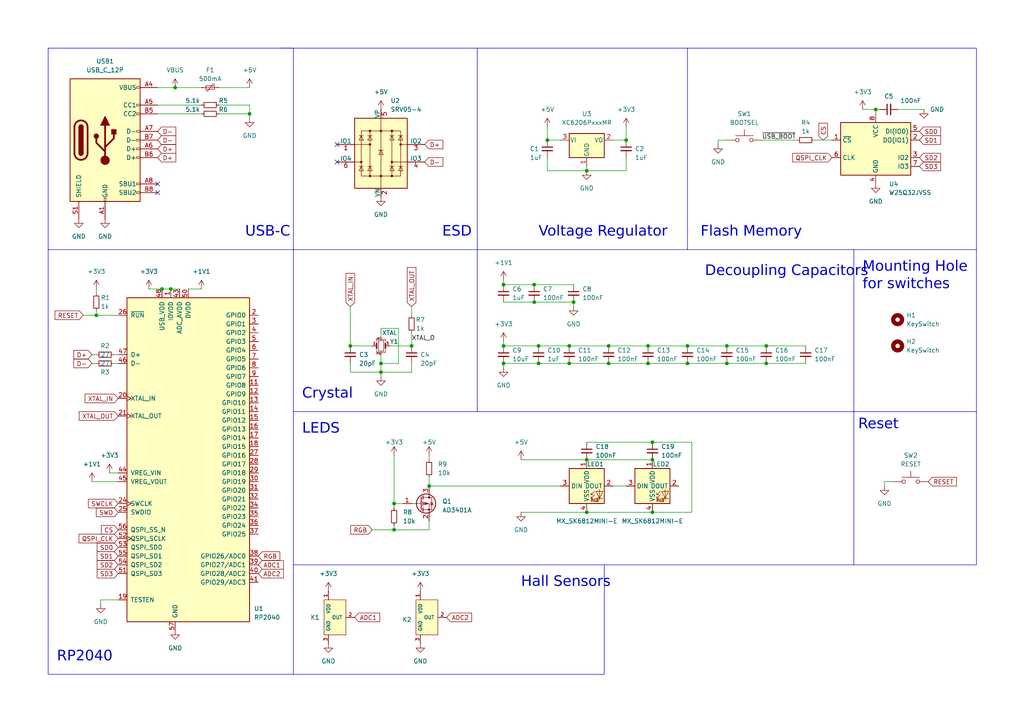
<source format=kicad_sch>
(kicad_sch (version 20230121) (generator eeschema)
  (paper "A4")
  (lib_symbols
    (symbol "+3V3_1" (power) (pin_names (offset 0))
      (property "Value" "+3V3_1" (at 0 3.556 0))
      (symbol "+3V3_1_0_1"
        (polyline (pts (xy -0.762 1.27) (xy 0 2.54)))
        (polyline (pts (xy 0 0) (xy 0 2.54)))
        (polyline (pts (xy 0 2.54) (xy 0.762 1.27)))
      )
      (symbol "+3V3_1_1_1"
        (pin power_in line (at 0 0 90) (length 0) hide (name "+3V3") (number "1"))
      )
    )
    (symbol "Connector:USB_C_Receptacle_USB2.0" (pin_names (offset 1.016))
      (property "Reference" "J" (at -10.16 19.05 0))
      (property "Value" "USB_C_Receptacle_USB2.0" (at 19.05 19.05 0))
      (symbol "USB_C_Receptacle_USB2.0_0_0"
        (rectangle (start -0.254 -17.78) (end 0.254 -16.764))
        (rectangle (start 10.16 -14.986) (end 9.144 -15.494))
        (rectangle (start 10.16 -12.446) (end 9.144 -12.954))
        (rectangle (start 10.16 -4.826) (end 9.144 -5.334))
        (rectangle (start 10.16 -2.286) (end 9.144 -2.794))
        (rectangle (start 10.16 0.254) (end 9.144 -0.254))
        (rectangle (start 10.16 2.794) (end 9.144 2.286))
        (rectangle (start 10.16 7.874) (end 9.144 7.366))
        (rectangle (start 10.16 10.414) (end 9.144 9.906))
        (rectangle (start 10.16 15.494) (end 9.144 14.986))
      )
      (symbol "USB_C_Receptacle_USB2.0_0_1"
        (rectangle (start -10.16 17.78) (end 10.16 -17.78) (stroke (width 0.254)) (fill (type background)))
        (arc (start -8.89 -3.81) (mid -6.985 -5.7067) (end -5.08 -3.81) (stroke (width 0.508)))
        (arc (start -7.62 -3.81) (mid -6.985 -4.4423) (end -6.35 -3.81) (stroke (width 0.254)))
        (arc (start -7.62 -3.81) (mid -6.985 -4.4423) (end -6.35 -3.81) (stroke (width 0.254)) (fill (type outline)))
        (rectangle (start -7.62 -3.81) (end -6.35 3.81) (stroke (width 0.254)) (fill (type outline)))
        (arc (start -6.35 3.81) (mid -6.985 4.4423) (end -7.62 3.81) (stroke (width 0.254)))
        (arc (start -6.35 3.81) (mid -6.985 4.4423) (end -7.62 3.81) (stroke (width 0.254)) (fill (type outline)))
        (arc (start -5.08 3.81) (mid -6.985 5.7067) (end -8.89 3.81) (stroke (width 0.508)))
        (circle (center -2.54 1.143) (radius 0.635) (stroke (width 0.254)) (fill (type outline)))
        (circle (center 0 -5.842) (radius 1.27) (fill (type outline)))
        (polyline (pts (xy -8.89 -3.81) (xy -8.89 3.81)) (stroke (width 0.508)))
        (polyline (pts (xy -5.08 3.81) (xy -5.08 -3.81)) (stroke (width 0.508)))
        (polyline (pts (xy 0 -5.842) (xy 0 4.318)) (stroke (width 0.508)))
        (polyline (pts (xy 0 -3.302) (xy -2.54 -0.762) (xy -2.54 0.508)) (stroke (width 0.508)))
        (polyline (pts (xy 0 -2.032) (xy 2.54 0.508) (xy 2.54 1.778)) (stroke (width 0.508)))
        (polyline (pts (xy -1.27 4.318) (xy 0 6.858) (xy 1.27 4.318) (xy -1.27 4.318)) (stroke (width 0.254)) (fill (type outline)))
        (rectangle (start 1.905 1.778) (end 3.175 3.048) (stroke (width 0.254)) (fill (type outline)))
      )
      (symbol "USB_C_Receptacle_USB2.0_1_1"
        (pin passive line (at 0 -22.86 90) (length 5.08) (name "GND") (number "A1"))
        (pin passive line (at 0 -22.86 90) (length 5.08) hide (name "GND") (number "A12"))
        (pin passive line (at 15.24 15.24 180) (length 5.08) (name "VBUS") (number "A4"))
        (pin bidirectional line (at 15.24 10.16 180) (length 5.08) (name "CC1") (number "A5"))
        (pin bidirectional line (at 15.24 -2.54 180) (length 5.08) (name "D+") (number "A6"))
        (pin bidirectional line (at 15.24 2.54 180) (length 5.08) (name "D-") (number "A7"))
        (pin bidirectional line (at 15.24 -12.7 180) (length 5.08) (name "SBU1") (number "A8"))
        (pin passive line (at 15.24 15.24 180) (length 5.08) hide (name "VBUS") (number "A9"))
        (pin passive line (at 0 -22.86 90) (length 5.08) hide (name "GND") (number "B1"))
        (pin passive line (at 0 -22.86 90) (length 5.08) hide (name "GND") (number "B12"))
        (pin passive line (at 15.24 15.24 180) (length 5.08) hide (name "VBUS") (number "B4"))
        (pin bidirectional line (at 15.24 7.62 180) (length 5.08) (name "CC2") (number "B5"))
        (pin bidirectional line (at 15.24 -5.08 180) (length 5.08) (name "D+") (number "B6"))
        (pin bidirectional line (at 15.24 0 180) (length 5.08) (name "D-") (number "B7"))
        (pin bidirectional line (at 15.24 -15.24 180) (length 5.08) (name "SBU2") (number "B8"))
        (pin passive line (at 15.24 15.24 180) (length 5.08) hide (name "VBUS") (number "B9"))
        (pin passive line (at -7.62 -22.86 90) (length 5.08) (name "SHIELD") (number "S1"))
      )
    )
    (symbol "Device:C_Small" (pin_numbers hide) (pin_names (offset 0.254) hide)
      (property "Reference" "C" (at 0.254 1.778 0))
      (property "Value" "C_Small" (at 0.254 -2.032 0))
      (symbol "C_Small_0_1"
        (polyline (pts (xy -1.524 -0.508) (xy 1.524 -0.508)) (stroke (width 0.3302)))
        (polyline (pts (xy -1.524 0.508) (xy 1.524 0.508)) (stroke (width 0.3048)))
      )
      (symbol "C_Small_1_1"
        (pin passive line (at 0 2.54 270) (length 2.032) (name "~") (number "1"))
        (pin passive line (at 0 -2.54 90) (length 2.032) (name "~") (number "2"))
      )
    )
    (symbol "Device:Crystal_GND24_Small" (pin_names (offset 1.016) hide)
      (property "Reference" "Y" (at 1.27 4.445 0))
      (property "Value" "Crystal_GND24_Small" (at 1.27 2.54 0))
      (symbol "Crystal_GND24_Small_0_1"
        (rectangle (start -0.762 -1.524) (end 0.762 1.524))
        (polyline (pts (xy -1.27 -0.762) (xy -1.27 0.762)) (stroke (width 0.381)))
        (polyline (pts (xy 1.27 -0.762) (xy 1.27 0.762)) (stroke (width 0.381)))
        (polyline (pts (xy -1.27 -1.27) (xy -1.27 -1.905) (xy 1.27 -1.905) (xy 1.27 -1.27)))
        (polyline (pts (xy -1.27 1.27) (xy -1.27 1.905) (xy 1.27 1.905) (xy 1.27 1.27)))
      )
      (symbol "Crystal_GND24_Small_1_1"
        (pin passive line (at -2.54 0 0) (length 1.27) (name "1") (number "1"))
        (pin passive line (at 0 -2.54 90) (length 0.635) (name "2") (number "2"))
        (pin passive line (at 2.54 0 180) (length 1.27) (name "3") (number "3"))
        (pin passive line (at 0 2.54 270) (length 0.635) (name "4") (number "4"))
      )
    )
    (symbol "Device:Polyfuse_Small" (pin_numbers hide) (pin_names (offset 0))
      (property "Reference" "F" (at -1.905 0 90))
      (property "Value" "Polyfuse_Small" (at 1.905 0 90))
      (symbol "Polyfuse_Small_0_1"
        (rectangle (start -0.508 1.27) (end 0.508 -1.27))
        (polyline (pts (xy 0 2.54) (xy 0 -2.54)))
        (polyline (pts (xy -1.016 1.27) (xy -1.016 0.762) (xy 1.016 -0.762) (xy 1.016 -1.27)))
      )
      (symbol "Polyfuse_Small_1_1"
        (pin passive line (at 0 2.54 270) (length 0.635) (name "~") (number "1"))
        (pin passive line (at 0 -2.54 90) (length 0.635) (name "~") (number "2"))
      )
    )
    (symbol "Device:R_Small" (pin_numbers hide) (pin_names (offset 0.254) hide)
      (property "Reference" "R" (at 0.762 0.508 0))
      (property "Value" "R_Small" (at 0.762 -1.016 0))
      (symbol "R_Small_0_1"
        (rectangle (start -0.762 1.778) (end 0.762 -1.778) (stroke (width 0.2032)))
      )
      (symbol "R_Small_1_1"
        (pin passive line (at 0 2.54 270) (length 0.762) (name "~") (number "1"))
        (pin passive line (at 0 -2.54 90) (length 0.762) (name "~") (number "2"))
      )
    )
    (symbol "HallEffect49e:Hall_Sensor" (pin_names (offset 1.016))
      (property "Reference" "U?" (at -4.5212 0.9652 0))
      (symbol "Hall_Sensor_0_1"
        (rectangle (start -3.81 5.08) (end 2.54 -5.08) (fill (type background)))
      )
      (symbol "Hall_Sensor_1_1"
        (pin power_in line (at -2.54 7.62 270) (length 2.54) (name "VDD") (number "1"))
        (pin output line (at 5.08 0 180) (length 2.54) (name "OUT") (number "2"))
        (pin power_in line (at -2.54 -7.62 90) (length 2.54) (name "GND") (number "3"))
      )
    )
    (symbol "Mechanical:MountingHole" (pin_names (offset 1.016))
      (property "Reference" "H" (at 0 5.08 0))
      (property "Value" "MountingHole" (at 0 3.175 0))
      (symbol "MountingHole_0_1"
        (circle (center 0 0) (radius 1.27) (stroke (width 1.27)))
      )
    )
    (symbol "Memory_Flash:W25Q32JVSS"
      (property "Reference" "U" (at -8.89 8.89 0))
      (property "Value" "W25Q32JVSS" (at 7.62 8.89 0))
      (symbol "W25Q32JVSS_0_1"
        (rectangle (start -10.16 7.62) (end 10.16 -7.62) (stroke (width 0.254)) (fill (type background)))
      )
      (symbol "W25Q32JVSS_1_1"
        (pin input line (at -12.7 2.54 0) (length 2.54) (name "~{CS}") (number "1"))
        (pin bidirectional line (at 12.7 2.54 180) (length 2.54) (name "DO(IO1)") (number "2"))
        (pin bidirectional line (at 12.7 -2.54 180) (length 2.54) (name "IO2") (number "3"))
        (pin power_in line (at 0 -10.16 90) (length 2.54) (name "GND") (number "4"))
        (pin bidirectional line (at 12.7 5.08 180) (length 2.54) (name "DI(IO0)") (number "5"))
        (pin input line (at -12.7 -2.54 0) (length 2.54) (name "CLK") (number "6"))
        (pin bidirectional line (at 12.7 -5.08 180) (length 2.54) (name "IO3") (number "7"))
        (pin power_in line (at 0 10.16 270) (length 2.54) (name "VCC") (number "8"))
      )
    )
    (symbol "Regulator_Linear:XC6206PxxxMR" (pin_names (offset 0.254))
      (property "Reference" "U" (at -3.81 3.175 0))
      (property "Value" "XC6206PxxxMR" (at 0 3.175 0))
      (symbol "XC6206PxxxMR_0_1"
        (rectangle (start -5.08 1.905) (end 5.08 -5.08) (stroke (width 0.254)) (fill (type background)))
      )
      (symbol "XC6206PxxxMR_1_1"
        (pin power_in line (at 0 -7.62 90) (length 2.54) (name "GND") (number "1"))
        (pin power_out line (at 7.62 0 180) (length 2.54) (name "VO") (number "2"))
        (pin power_in line (at -7.62 0 0) (length 2.54) (name "VI") (number "3"))
      )
    )
    (symbol "Sleep-lib:RP2040" (pin_names (offset 1.016))
      (property "Reference" "U" (at 8.89 51.435 0))
      (property "Value" "RP2040" (at 8.89 48.895 0))
      (symbol "RP2040_0_0"
        (rectangle (start -17.78 -45.72) (end 17.78 48.26) (stroke (width 0.254)) (fill (type background)))
      )
      (symbol "RP2040_1_1"
        (pin power_in line (at -5.08 50.8 270) (length 2.54) (name "IOVDD") (number "1"))
        (pin power_in line (at -5.08 50.8 270) (length 2.54) hide (name "IOVDD") (number "10"))
        (pin input line (at 20.32 22.86 180) (length 2.54) (name "GPIO8") (number "11"))
        (pin input line (at 20.32 20.32 180) (length 2.54) (name "GPIO9") (number "12"))
        (pin input line (at 20.32 17.78 180) (length 2.54) (name "GPIO10") (number "13"))
        (pin input line (at 20.32 15.24 180) (length 2.54) (name "GPIO11") (number "14"))
        (pin input line (at 20.32 12.7 180) (length 2.54) (name "GPIO12") (number "15"))
        (pin input line (at 20.32 10.16 180) (length 2.54) (name "GPIO13") (number "16"))
        (pin input line (at 20.32 7.62 180) (length 2.54) (name "GPIO14") (number "17"))
        (pin input line (at 20.32 5.08 180) (length 2.54) (name "GPIO15") (number "18"))
        (pin input line (at -20.32 -39.37 0) (length 2.54) (name "TESTEN") (number "19"))
        (pin input line (at 20.32 43.18 180) (length 2.54) (name "GPIO0") (number "2"))
        (pin input clock (at -20.32 19.05 0) (length 2.54) (name "XTAL_IN") (number "20"))
        (pin input clock (at -20.32 13.97 0) (length 2.54) (name "XTAL_OUT") (number "21"))
        (pin power_in line (at -5.08 50.8 270) (length 2.54) hide (name "IOVDD") (number "22"))
        (pin power_in line (at 0 50.8 270) (length 2.54) hide (name "DVDD") (number "23"))
        (pin input clock (at -20.32 -11.43 0) (length 2.54) (name "SWCLK") (number "24"))
        (pin bidirectional line (at -20.32 -13.97 0) (length 2.54) (name "SWDIO") (number "25"))
        (pin input line (at -20.32 43.18 0) (length 2.54) (name "~{RUN}") (number "26"))
        (pin input line (at 20.32 2.54 180) (length 2.54) (name "GPIO16") (number "27"))
        (pin input line (at 20.32 0 180) (length 2.54) (name "GPIO17") (number "28"))
        (pin input line (at 20.32 -2.54 180) (length 2.54) (name "GPIO18") (number "29"))
        (pin input line (at 20.32 40.64 180) (length 2.54) (name "GPIO1") (number "3"))
        (pin input line (at 20.32 -5.08 180) (length 2.54) (name "GPIO19") (number "30"))
        (pin input line (at 20.32 -7.62 180) (length 2.54) (name "GPIO20") (number "31"))
        (pin input line (at 20.32 -10.16 180) (length 2.54) (name "GPIO21") (number "32"))
        (pin power_in line (at -5.08 50.8 270) (length 2.54) hide (name "IOVDD") (number "33"))
        (pin input line (at 20.32 -12.7 180) (length 2.54) (name "GPIO22") (number "34"))
        (pin input line (at 20.32 -15.24 180) (length 2.54) (name "GPIO23") (number "35"))
        (pin input line (at 20.32 -17.78 180) (length 2.54) (name "GPIO24") (number "36"))
        (pin input line (at 20.32 -20.32 180) (length 2.54) (name "GPIO25") (number "37"))
        (pin input line (at 20.32 -26.67 180) (length 2.54) (name "GPIO26/ADC0") (number "38"))
        (pin input line (at 20.32 -29.21 180) (length 2.54) (name "GPIO27/ADC1") (number "39"))
        (pin input line (at 20.32 38.1 180) (length 2.54) (name "GPIO2") (number "4"))
        (pin input line (at 20.32 -31.75 180) (length 2.54) (name "GPIO28/ADC2") (number "40"))
        (pin input line (at 20.32 -34.29 180) (length 2.54) (name "GPIO29/ADC3") (number "41"))
        (pin power_in line (at -5.08 50.8 270) (length 2.54) hide (name "IOVDD") (number "42"))
        (pin power_in line (at -2.54 50.8 270) (length 2.54) (name "ADC_AVDD") (number "43"))
        (pin power_in line (at -20.32 -2.54 0) (length 2.54) (name "VREG_VIN") (number "44"))
        (pin power_out line (at -20.32 -5.08 0) (length 2.54) (name "VREG_VOUT") (number "45"))
        (pin bidirectional line (at -20.32 29.21 0) (length 2.54) (name "D-") (number "46"))
        (pin bidirectional line (at -20.32 31.75 0) (length 2.54) (name "D+") (number "47"))
        (pin power_in line (at -7.62 50.8 270) (length 2.54) (name "USB_VDD") (number "48"))
        (pin power_in line (at -5.08 50.8 270) (length 2.54) hide (name "IOVDD") (number "49"))
        (pin input line (at 20.32 35.56 180) (length 2.54) (name "GPIO3") (number "5"))
        (pin power_in line (at 0 50.8 270) (length 2.54) (name "DVDD") (number "50"))
        (pin bidirectional line (at -20.32 -31.75 0) (length 2.54) (name "QSPI_SD3") (number "51"))
        (pin input clock (at -20.32 -21.59 0) (length 2.54) (name "QSPI_SCLK") (number "52"))
        (pin bidirectional line (at -20.32 -24.13 0) (length 2.54) (name "QSPI_SD0") (number "53"))
        (pin bidirectional line (at -20.32 -29.21 0) (length 2.54) (name "QSPI_SD2") (number "54"))
        (pin bidirectional line (at -20.32 -26.67 0) (length 2.54) (name "QSPI_SD1") (number "55"))
        (pin bidirectional line (at -20.32 -19.05 0) (length 2.54) (name "QSPI_SS_N") (number "56"))
        (pin power_in line (at -3.81 -48.26 90) (length 2.54) (name "GND") (number "57"))
        (pin input line (at 20.32 33.02 180) (length 2.54) (name "GPIO4") (number "6"))
        (pin input line (at 20.32 30.48 180) (length 2.54) (name "GPIO5") (number "7"))
        (pin input line (at 20.32 27.94 180) (length 2.54) (name "GPIO6") (number "8"))
        (pin input line (at 20.32 25.4 180) (length 2.54) (name "GPIO7") (number "9"))
      )
    )
    (symbol "Switch:SW_Push" (pin_numbers hide) (pin_names (offset 1.016) hide)
      (property "Reference" "SW" (at 1.27 2.54 0))
      (property "Value" "SW_Push" (at 0 -1.524 0))
      (symbol "SW_Push_0_1"
        (circle (center -2.032 0) (radius 0.508))
        (polyline (pts (xy 0 1.27) (xy 0 3.048)))
        (polyline (pts (xy 2.54 1.27) (xy -2.54 1.27)))
        (circle (center 2.032 0) (radius 0.508))
        (pin passive line (at -5.08 0 0) (length 2.54) (name "1") (number "1"))
        (pin passive line (at 5.08 0 180) (length 2.54) (name "2") (number "2"))
      )
    )
    (symbol "Transistor_FET:AO3401A" (pin_names hide)
      (property "Reference" "Q" (at 5.08 1.905 0))
      (property "Value" "AO3401A" (at 5.08 0 0))
      (symbol "AO3401A_0_1"
        (polyline (pts (xy 0.254 0) (xy -2.54 0)))
        (polyline (pts (xy 0.254 1.905) (xy 0.254 -1.905)) (stroke (width 0.254)))
        (polyline (pts (xy 0.762 -1.27) (xy 0.762 -2.286)) (stroke (width 0.254)))
        (polyline (pts (xy 0.762 0.508) (xy 0.762 -0.508)) (stroke (width 0.254)))
        (polyline (pts (xy 0.762 2.286) (xy 0.762 1.27)) (stroke (width 0.254)))
        (polyline (pts (xy 2.54 2.54) (xy 2.54 1.778)))
        (polyline (pts (xy 2.54 -2.54) (xy 2.54 0) (xy 0.762 0)))
        (polyline (pts (xy 0.762 1.778) (xy 3.302 1.778) (xy 3.302 -1.778) (xy 0.762 -1.778)))
        (polyline (pts (xy 2.286 0) (xy 1.27 0.381) (xy 1.27 -0.381) (xy 2.286 0)) (fill (type outline)))
        (polyline (pts (xy 2.794 -0.508) (xy 2.921 -0.381) (xy 3.683 -0.381) (xy 3.81 -0.254)))
        (polyline (pts (xy 3.302 -0.381) (xy 2.921 0.254) (xy 3.683 0.254) (xy 3.302 -0.381)))
        (circle (center 1.651 0) (radius 2.794) (stroke (width 0.254)))
        (circle (center 2.54 -1.778) (radius 0.254) (fill (type outline)))
        (circle (center 2.54 1.778) (radius 0.254) (fill (type outline)))
      )
      (symbol "AO3401A_1_1"
        (pin input line (at -5.08 0 0) (length 2.54) (name "G") (number "1"))
        (pin passive line (at 2.54 -5.08 90) (length 2.54) (name "S") (number "2"))
        (pin passive line (at 2.54 5.08 270) (length 2.54) (name "D") (number "3"))
      )
    )
    (symbol "marbastlib-mx:MX_SK6812MINI-E"
      (property "Reference" "LED" (at 2.54 -6.35 0))
      (property "Value" "MX_SK6812MINI-E" (at 10.16 6.35 0))
      (symbol "MX_SK6812MINI-E_0_0"
        (text "RGB" (at 2.286 -4.191 0) (effects (font (size 0.762 0.762))))
      )
      (symbol "MX_SK6812MINI-E_0_1"
        (polyline (pts (xy 1.27 -3.556) (xy 1.778 -3.556)))
        (polyline (pts (xy 1.27 -2.54) (xy 1.778 -2.54)))
        (polyline (pts (xy 4.699 -3.556) (xy 2.667 -3.556)))
        (polyline (pts (xy 2.286 -2.54) (xy 1.27 -3.556) (xy 1.27 -3.048)))
        (polyline (pts (xy 2.286 -1.524) (xy 1.27 -2.54) (xy 1.27 -2.032)))
        (polyline (pts (xy 3.683 -1.016) (xy 3.683 -3.556) (xy 3.683 -4.064)))
        (polyline (pts (xy 4.699 -1.524) (xy 2.667 -1.524) (xy 3.683 -3.556) (xy 4.699 -1.524)))
        (rectangle (start 5.08 5.08) (end -5.08 -5.08) (stroke (width 0.254)) (fill (type background)))
      )
      (symbol "MX_SK6812MINI-E_1_1"
        (pin power_in line (at 0 7.62 270) (length 2.54) (name "VDD") (number "1"))
        (pin output line (at 7.62 0 180) (length 2.54) (name "DOUT") (number "2"))
        (pin input line (at -7.62 0 0) (length 2.54) (name "DIN") (number "3"))
        (pin power_in line (at 0 -7.62 90) (length 2.54) (name "VSS") (number "4"))
      )
    )
    (symbol "marbastlib-various:SRV05-4" (pin_names (offset 0))
      (property "Reference" "U" (at -5.08 11.43 0))
      (property "Value" "SRV05-4" (at 2.54 11.43 0))
      (symbol "SRV05-4_0_0"
        (rectangle (start -5.715 6.477) (end 5.715 -6.604))
        (polyline (pts (xy -3.175 -6.604) (xy -3.175 6.477)))
        (polyline (pts (xy 3.175 6.477) (xy 3.175 -6.604)))
      )
      (symbol "SRV05-4_0_1"
        (rectangle (start -7.62 10.16) (end 7.62 -10.16) (stroke (width 0.254)) (fill (type background)))
        (circle (center -5.715 -2.54) (radius 0.2794) (fill (type outline)))
        (circle (center -3.175 -6.604) (radius 0.2794) (fill (type outline)))
        (circle (center -3.175 2.54) (radius 0.2794) (fill (type outline)))
        (circle (center -3.175 6.477) (radius 0.2794) (fill (type outline)))
        (circle (center 0 -6.604) (radius 0.2794) (fill (type outline)))
        (polyline (pts (xy -7.747 2.54) (xy -3.175 2.54)))
        (polyline (pts (xy -7.62 -2.54) (xy -5.715 -2.54)))
        (polyline (pts (xy -5.08 -3.81) (xy -6.35 -3.81)))
        (polyline (pts (xy -5.08 5.08) (xy -6.35 5.08)))
        (polyline (pts (xy -2.54 -3.81) (xy -3.81 -3.81)))
        (polyline (pts (xy -2.54 5.08) (xy -3.81 5.08)))
        (polyline (pts (xy 0 10.16) (xy 0 -10.16)))
        (polyline (pts (xy 3.81 -3.81) (xy 2.54 -3.81)))
        (polyline (pts (xy 3.81 5.08) (xy 2.54 5.08)))
        (polyline (pts (xy 6.35 -3.81) (xy 5.08 -3.81)))
        (polyline (pts (xy 6.35 5.08) (xy 5.08 5.08)))
        (polyline (pts (xy 7.62 -2.54) (xy 3.175 -2.54)))
        (polyline (pts (xy 7.62 2.54) (xy 5.715 2.54)))
        (polyline (pts (xy 0.635 0.889) (xy -0.635 0.889) (xy -0.635 0.635)))
        (polyline (pts (xy -5.08 -5.08) (xy -6.35 -5.08) (xy -5.715 -3.81) (xy -5.08 -5.08)))
        (polyline (pts (xy -5.08 3.81) (xy -6.35 3.81) (xy -5.715 5.08) (xy -5.08 3.81)))
        (polyline (pts (xy -2.54 -5.08) (xy -3.81 -5.08) (xy -3.175 -3.81) (xy -2.54 -5.08)))
        (polyline (pts (xy -2.54 3.81) (xy -3.81 3.81) (xy -3.175 5.08) (xy -2.54 3.81)))
        (polyline (pts (xy 0.635 -0.381) (xy -0.635 -0.381) (xy 0 0.889) (xy 0.635 -0.381)))
        (polyline (pts (xy 3.81 -5.08) (xy 2.54 -5.08) (xy 3.175 -3.81) (xy 3.81 -5.08)))
        (polyline (pts (xy 3.81 3.81) (xy 2.54 3.81) (xy 3.175 5.08) (xy 3.81 3.81)))
        (polyline (pts (xy 6.35 -5.08) (xy 5.08 -5.08) (xy 5.715 -3.81) (xy 6.35 -5.08)))
        (polyline (pts (xy 6.35 3.81) (xy 5.08 3.81) (xy 5.715 5.08) (xy 6.35 3.81)))
        (circle (center 0 6.477) (radius 0.2794) (fill (type outline)))
        (circle (center 3.175 -6.604) (radius 0.2794) (fill (type outline)))
        (circle (center 3.175 -2.54) (radius 0.2794) (fill (type outline)))
        (circle (center 3.175 6.477) (radius 0.2794) (fill (type outline)))
        (circle (center 5.715 2.54) (radius 0.2794) (fill (type outline)))
      )
      (symbol "SRV05-4_1_1"
        (pin passive line (at -12.7 2.54 0) (length 5.08) (name "IO1") (number "1"))
        (pin passive line (at 0 -12.7 90) (length 2.54) (name "VN") (number "2"))
        (pin passive line (at 12.7 2.54 180) (length 5.08) (name "IO2") (number "3"))
        (pin passive line (at 12.7 -2.54 180) (length 5.08) (name "IO3") (number "4"))
        (pin passive line (at 0 12.7 270) (length 2.54) (name "VP") (number "5"))
        (pin passive line (at -12.7 -2.54 0) (length 5.08) (name "IO4") (number "6"))
      )
    )
    (symbol "power:+1V1" (power) (pin_names (offset 0))
      (property "Value" "+1V1" (at 0 3.556 0))
      (symbol "+1V1_0_1"
        (polyline (pts (xy -0.762 1.27) (xy 0 2.54)))
        (polyline (pts (xy 0 0) (xy 0 2.54)))
        (polyline (pts (xy 0 2.54) (xy 0.762 1.27)))
      )
      (symbol "+1V1_1_1"
        (pin power_in line (at 0 0 90) (length 0) hide (name "+1V1") (number "1"))
      )
    )
    (symbol "power:+3V3" (power) (pin_names (offset 0))
      (property "Value" "+3V3" (at 0 3.556 0))
      (symbol "+3V3_0_1"
        (polyline (pts (xy -0.762 1.27) (xy 0 2.54)))
        (polyline (pts (xy 0 0) (xy 0 2.54)))
        (polyline (pts (xy 0 2.54) (xy 0.762 1.27)))
      )
      (symbol "+3V3_1_1"
        (pin power_in line (at 0 0 90) (length 0) hide (name "+3V3") (number "1"))
      )
    )
    (symbol "power:+5V" (power) (pin_names (offset 0))
      (property "Value" "+5V" (at 0 3.556 0))
      (symbol "+5V_0_1"
        (polyline (pts (xy -0.762 1.27) (xy 0 2.54)))
        (polyline (pts (xy 0 0) (xy 0 2.54)))
        (polyline (pts (xy 0 2.54) (xy 0.762 1.27)))
      )
      (symbol "+5V_1_1"
        (pin power_in line (at 0 0 90) (length 0) hide (name "+5V") (number "1"))
      )
    )
    (symbol "power:GND" (power) (pin_names (offset 0))
      (property "Value" "GND" (at 0 -3.81 0))
      (symbol "GND_0_1"
        (polyline (pts (xy 0 0) (xy 0 -1.27) (xy 1.27 -1.27) (xy 0 -2.54) (xy -1.27 -1.27) (xy 0 -1.27)))
      )
      (symbol "GND_1_1"
        (pin power_in line (at 0 0 270) (length 0) hide (name "GND") (number "1"))
      )
    )
    (symbol "power:VBUS" (power) (pin_names (offset 0))
      (property "Value" "VBUS" (at 0 3.81 0))
      (symbol "VBUS_0_1"
        (polyline (pts (xy -0.762 1.27) (xy 0 2.54)))
        (polyline (pts (xy 0 0) (xy 0 2.54)))
        (polyline (pts (xy 0 2.54) (xy 0.762 1.27)))
      )
      (symbol "VBUS_1_1"
        (pin power_in line (at 0 0 90) (length 0) hide (name "VBUS") (number "1"))
      )
    )
  )
  (junction (at 165.1 100.33))
  (junction (at 146.05 100.33))
  (junction (at 124.46 140.97))
  (junction (at 189.23 128.27))
  (junction (at 189.23 148.59))
  (junction (at 166.37 87.63))
  (junction (at 181.61 40.64))
  (junction (at 158.75 40.64))
  (junction (at 187.96 100.33))
  (junction (at 154.94 87.63))
  (junction (at 176.53 100.33))
  (junction (at 187.96 105.41))
  (junction (at 170.18 133.35))
  (junction (at 156.21 105.41))
  (junction (at 114.3 153.67))
  (junction (at 170.18 148.59))
  (junction (at 189.23 133.35))
  (junction (at 146.05 105.41))
  (junction (at 27.94 91.44))
  (junction (at 46.99 83.82))
  (junction (at 165.1 105.41))
  (junction (at 156.21 100.33))
  (junction (at 210.82 105.41))
  (junction (at 50.8 25.4))
  (junction (at 119.38 100.33))
  (junction (at 199.39 105.41))
  (junction (at 254 31.75))
  (junction (at 49.53 83.82))
  (junction (at 146.05 82.55))
  (junction (at 199.39 100.33))
  (junction (at 170.18 49.53))
  (junction (at 101.6 100.33))
  (junction (at 222.25 100.33))
  (junction (at 210.82 100.33))
  (junction (at 222.25 105.41))
  (junction (at 72.39 33.02))
  (junction (at 176.53 105.41))
  (junction (at 110.49 105.41))
  (junction (at 114.3 146.05))
  (junction (at 154.94 82.55))
  (junction (at 110.49 107.95))
  (no_connect (at 97.79 46.99))
  (no_connect (at 45.72 55.88))
  (no_connect (at 45.72 53.34))
  (no_connect (at 97.79 41.91))
  (wire (pts (xy 31.75 137.16) (xy 34.29 137.16)))
  (wire (pts (xy 110.49 97.79) (xy 110.49 95.25)))
  (polyline (pts (xy 85.09 72.39) (xy 85.09 195.58)))
  (wire (pts (xy 254 31.75) (xy 254 33.02)))
  (polyline (pts (xy 13.97 195.58) (xy 13.97 72.39)))
  (wire (pts (xy 187.96 105.41) (xy 199.39 105.41)))
  (wire (pts (xy 154.94 82.55) (xy 166.37 82.55)))
  (polyline (pts (xy 13.97 13.97) (xy 13.97 72.39)))
  (wire (pts (xy 116.84 146.05) (xy 114.3 146.05)))
  (wire (pts (xy 210.82 100.33) (xy 222.25 100.33)))
  (wire (pts (xy 165.1 100.33) (xy 176.53 100.33)))
  (polyline (pts (xy 247.65 119.38) (xy 247.65 72.39)))
  (wire (pts (xy 110.49 105.41) (xy 110.49 107.95)))
  (wire (pts (xy 33.02 102.87) (xy 34.29 102.87)))
  (wire (pts (xy 26.67 102.87) (xy 27.94 102.87)))
  (wire (pts (xy 119.38 107.95) (xy 119.38 105.41)))
  (polyline (pts (xy 138.43 72.39) (xy 138.43 13.97)))
  (wire (pts (xy 110.49 105.41) (xy 110.49 102.87)))
  (polyline (pts (xy 138.43 13.97) (xy 199.39 13.97)))
  (wire (pts (xy 146.05 82.55) (xy 154.94 82.55)))
  (wire (pts (xy 49.53 83.82) (xy 52.07 83.82)))
  (wire (pts (xy 63.5 30.48) (xy 72.39 30.48)))
  (wire (pts (xy 29.21 173.99) (xy 29.21 175.26)))
  (polyline (pts (xy 199.39 72.39) (xy 138.43 72.39)))
  (polyline (pts (xy 85.09 195.58) (xy 13.97 195.58)))
  (wire (pts (xy 107.95 153.67) (xy 114.3 153.67)))
  (wire (pts (xy 208.28 40.64) (xy 208.28 41.91)))
  (wire (pts (xy 110.49 107.95) (xy 119.38 107.95)))
  (polyline (pts (xy 85.09 72.39) (xy 138.43 72.39)))
  (wire (pts (xy 119.38 88.9) (xy 119.38 91.44)))
  (wire (pts (xy 259.08 139.7) (xy 256.54 139.7)))
  (wire (pts (xy 27.94 83.82) (xy 27.94 85.09)))
  (wire (pts (xy 210.82 105.41) (xy 222.25 105.41)))
  (wire (pts (xy 26.67 105.41) (xy 27.94 105.41)))
  (wire (pts (xy 220.98 40.64) (xy 231.14 40.64)))
  (wire (pts (xy 113.03 100.33) (xy 119.38 100.33)))
  (wire (pts (xy 158.75 40.64) (xy 162.56 40.64)))
  (wire (pts (xy 27.94 90.17) (xy 27.94 91.44)))
  (wire (pts (xy 63.5 25.4) (xy 72.39 25.4)))
  (polyline (pts (xy 283.21 13.97) (xy 283.21 72.39)))
  (wire (pts (xy 101.6 107.95) (xy 110.49 107.95)))
  (polyline (pts (xy 283.21 163.83) (xy 283.21 119.38)))
  (wire (pts (xy 115.57 105.41) (xy 110.49 105.41)))
  (wire (pts (xy 199.39 100.33) (xy 210.82 100.33)))
  (wire (pts (xy 181.61 36.83) (xy 181.61 40.64)))
  (polyline (pts (xy 85.09 72.39) (xy 13.97 72.39)))
  (wire (pts (xy 158.75 36.83) (xy 158.75 40.64)))
  (wire (pts (xy 176.53 100.33) (xy 187.96 100.33)))
  (wire (pts (xy 187.96 100.33) (xy 199.39 100.33)))
  (wire (pts (xy 199.39 105.41) (xy 210.82 105.41)))
  (polyline (pts (xy 138.43 119.38) (xy 247.65 119.38)))
  (wire (pts (xy 170.18 128.27) (xy 189.23 128.27)))
  (wire (pts (xy 110.49 95.25) (xy 115.57 95.25)))
  (wire (pts (xy 124.46 132.08) (xy 124.46 133.35)))
  (wire (pts (xy 170.18 133.35) (xy 189.23 133.35)))
  (polyline (pts (xy 247.65 119.38) (xy 247.65 163.83)))
  (wire (pts (xy 151.13 148.59) (xy 170.18 148.59)))
  (wire (pts (xy 46.99 83.82) (xy 49.53 83.82)))
  (wire (pts (xy 158.75 49.53) (xy 170.18 49.53)))
  (wire (pts (xy 33.02 105.41) (xy 34.29 105.41)))
  (wire (pts (xy 170.18 49.53) (xy 181.61 49.53)))
  (wire (pts (xy 236.22 40.64) (xy 241.3 40.64)))
  (wire (pts (xy 210.82 40.64) (xy 208.28 40.64)))
  (wire (pts (xy 222.25 100.33) (xy 233.68 100.33)))
  (wire (pts (xy 166.37 87.63) (xy 166.37 88.9)))
  (polyline (pts (xy 13.97 13.97) (xy 85.09 13.97)))
  (wire (pts (xy 156.21 100.33) (xy 165.1 100.33)))
  (polyline (pts (xy 85.09 163.83) (xy 247.65 163.83)))
  (wire (pts (xy 114.3 153.67) (xy 124.46 153.67)))
  (wire (pts (xy 63.5 33.02) (xy 72.39 33.02)))
  (wire (pts (xy 124.46 153.67) (xy 124.46 151.13)))
  (wire (pts (xy 58.42 33.02) (xy 45.72 33.02)))
  (wire (pts (xy 34.29 173.99) (xy 29.21 173.99)))
  (wire (pts (xy 114.3 132.08) (xy 114.3 146.05)))
  (wire (pts (xy 177.8 140.97) (xy 181.61 140.97)))
  (wire (pts (xy 170.18 48.26) (xy 170.18 49.53)))
  (wire (pts (xy 200.66 128.27) (xy 189.23 128.27)))
  (wire (pts (xy 110.49 107.95) (xy 110.49 109.22)))
  (wire (pts (xy 115.57 95.25) (xy 115.57 105.41)))
  (polyline (pts (xy 85.09 13.97) (xy 85.09 72.39)))
  (wire (pts (xy 154.94 87.63) (xy 166.37 87.63)))
  (wire (pts (xy 114.3 152.4) (xy 114.3 153.67)))
  (wire (pts (xy 146.05 81.28) (xy 146.05 82.55)))
  (polyline (pts (xy 138.43 13.97) (xy 81.28 13.97)))
  (wire (pts (xy 151.13 133.35) (xy 170.18 133.35)))
  (wire (pts (xy 124.46 140.97) (xy 162.56 140.97)))
  (polyline (pts (xy 138.43 119.38) (xy 85.09 119.38)))
  (wire (pts (xy 146.05 100.33) (xy 156.21 100.33)))
  (polyline (pts (xy 199.39 13.97) (xy 199.39 72.39)))
  (wire (pts (xy 50.8 25.4) (xy 58.42 25.4)))
  (wire (pts (xy 54.61 83.82) (xy 58.42 83.82)))
  (wire (pts (xy 170.18 148.59) (xy 189.23 148.59)))
  (wire (pts (xy 146.05 99.06) (xy 146.05 100.33)))
  (wire (pts (xy 27.94 91.44) (xy 34.29 91.44)))
  (wire (pts (xy 189.23 148.59) (xy 200.66 148.59)))
  (polyline (pts (xy 138.43 72.39) (xy 138.43 119.38)))
  (wire (pts (xy 114.3 146.05) (xy 114.3 147.32)))
  (wire (pts (xy 255.27 31.75) (xy 254 31.75)))
  (wire (pts (xy 200.66 148.59) (xy 200.66 128.27)))
  (polyline (pts (xy 283.21 72.39) (xy 199.39 72.39)))
  (wire (pts (xy 158.75 45.72) (xy 158.75 49.53)))
  (wire (pts (xy 260.35 31.75) (xy 267.97 31.75)))
  (wire (pts (xy 101.6 88.9) (xy 101.6 100.33)))
  (polyline (pts (xy 85.09 195.58) (xy 175.26 195.58)))
  (wire (pts (xy 181.61 49.53) (xy 181.61 45.72)))
  (wire (pts (xy 256.54 139.7) (xy 256.54 140.97)))
  (wire (pts (xy 250.19 31.75) (xy 254 31.75)))
  (polyline (pts (xy 175.26 195.58) (xy 175.26 163.83)))
  (wire (pts (xy 119.38 96.52) (xy 119.38 100.33)))
  (wire (pts (xy 124.46 138.43) (xy 124.46 140.97)))
  (polyline (pts (xy 199.39 13.97) (xy 283.21 13.97)))
  (wire (pts (xy 176.53 105.41) (xy 187.96 105.41)))
  (wire (pts (xy 165.1 105.41) (xy 176.53 105.41)))
  (wire (pts (xy 146.05 105.41) (xy 156.21 105.41)))
  (wire (pts (xy 72.39 30.48) (xy 72.39 33.02)))
  (wire (pts (xy 146.05 87.63) (xy 154.94 87.63)))
  (wire (pts (xy 146.05 105.41) (xy 146.05 106.68)))
  (wire (pts (xy 45.72 25.4) (xy 50.8 25.4)))
  (wire (pts (xy 101.6 100.33) (xy 107.95 100.33)))
  (polyline (pts (xy 247.65 119.38) (xy 283.21 119.38)))
  (polyline (pts (xy 283.21 119.38) (xy 283.21 72.39)))
  (wire (pts (xy 72.39 34.29) (xy 72.39 33.02)))
  (wire (pts (xy 177.8 40.64) (xy 181.61 40.64)))
  (wire (pts (xy 222.25 105.41) (xy 233.68 105.41)))
  (wire (pts (xy 58.42 30.48) (xy 45.72 30.48)))
  (wire (pts (xy 43.18 83.82) (xy 46.99 83.82)))
  (polyline (pts (xy 247.65 163.83) (xy 283.21 163.83)))
  (wire (pts (xy 101.6 105.41) (xy 101.6 107.95)))
  (wire (pts (xy 26.67 139.7) (xy 34.29 139.7)))
  (wire (pts (xy 24.13 91.44) (xy 27.94 91.44)))
  (wire (pts (xy 156.21 105.41) (xy 165.1 105.41)))
  (text "LEDS" (at 87.63 127 0) (effects (font (size 3 3)) (justify left bottom)))
  (text "ESD" (at 128.27 69.85 0) (effects (font (size 3 3)) (justify left bottom)))
  (text "Hall Sensors" (at 151.13 171.45 0) (effects (font (size 3 3)) (justify left bottom)))
  (text "USB-C" (at 71.12 69.85 0) (effects (font (size 3 3)) (justify left bottom)))
  (text "Mounting Hole\nfor switches" (at 250.19 85.09 0) (effects (font (size 3 3)) (justify left bottom)))
  (text "Decoupling Capacitors" (at 204.47 81.28 0) (effects (font (size 3 3)) (justify left bottom)))
  (text "Flash Memory\n" (at 203.2 69.85 0) (effects (font (size 3 3)) (justify left bottom)))
  (text "RP2040" (at 16.51 193.04 0) (effects (font (size 3 3)) (justify left bottom)))
  (text "Crystal" (at 87.63 116.84 0) (effects (font (size 3 3)) (justify left bottom)))
  (text "Voltage Regulator" (at 156.21 69.85 0) (effects (font (size 3 3)) (justify left bottom)))
  (text "Reset" (at 248.92 125.73 0) (effects (font (size 3 3)) (justify left bottom)))
  (label "~{USB_BOOT}" (at 220.98 40.64 0))
  (label "XTAL_O" (at 119.38 99.06 0))
  (global_label "SD1" (shape input) (at 266.7 40.64 0) (property "Intersheetrefs" "${INTERSHEET_REFS}" (effects hide)))
  (global_label "D+" (shape input) (at 45.72 45.72 0) (property "Intersheetrefs" "${INTERSHEET_REFS}" (effects hide)))
  (global_label "D-" (shape input) (at 123.19 46.99 0) (property "Intersheetrefs" "${INTERSHEET_REFS}" (effects hide)))
  (global_label "RESET" (shape input) (at 269.24 139.7 0) (property "Intersheetrefs" "${INTERSHEET_REFS}" (effects hide)))
  (global_label "D-" (shape input) (at 45.72 40.64 0) (property "Intersheetrefs" "${INTERSHEET_REFS}" (effects hide)))
  (global_label "RESET" (shape input) (at 24.13 91.44 180) (property "Intersheetrefs" "${INTERSHEET_REFS}" (effects hide)))
  (global_label "CS" (shape input) (at 34.29 153.67 180) (property "Intersheetrefs" "${INTERSHEET_REFS}" (effects hide)))
  (global_label "ADC2" (shape input) (at 74.93 166.37 0) (property "Intersheetrefs" "${INTERSHEET_REFS}" (effects hide)))
  (global_label "D-" (shape input) (at 26.67 105.41 180) (property "Intersheetrefs" "${INTERSHEET_REFS}" (effects hide)))
  (global_label "XTAL_IN" (shape input) (at 101.6 88.9 90) (property "Intersheetrefs" "${INTERSHEET_REFS}" (effects hide)))
  (global_label "CS" (shape input) (at 238.76 40.64 90) (property "Intersheetrefs" "${INTERSHEET_REFS}" (effects hide)))
  (global_label "ADC2" (shape input) (at 129.54 179.07 0) (property "Intersheetrefs" "${INTERSHEET_REFS}" (effects hide)))
  (global_label "QSPI_CLK" (shape input) (at 241.3 45.72 180) (property "Intersheetrefs" "${INTERSHEET_REFS}" (effects hide)))
  (global_label "XTAL_OUT" (shape input) (at 119.38 88.9 90) (property "Intersheetrefs" "${INTERSHEET_REFS}" (effects hide)))
  (global_label "RGB" (shape input) (at 74.93 161.29 0) (property "Intersheetrefs" "${INTERSHEET_REFS}" (effects hide)))
  (global_label "ADC1" (shape input) (at 74.93 163.83 0) (property "Intersheetrefs" "${INTERSHEET_REFS}" (effects hide)))
  (global_label "SD2" (shape input) (at 34.29 163.83 180) (property "Intersheetrefs" "${INTERSHEET_REFS}" (effects hide)))
  (global_label "SWD" (shape input) (at 34.29 148.59 180) (property "Intersheetrefs" "${INTERSHEET_REFS}" (effects hide)))
  (global_label "SWCLK" (shape input) (at 34.29 146.05 180) (property "Intersheetrefs" "${INTERSHEET_REFS}" (effects hide)))
  (global_label "SD3" (shape input) (at 34.29 166.37 180) (property "Intersheetrefs" "${INTERSHEET_REFS}" (effects hide)))
  (global_label "XTAL_OUT" (shape input) (at 34.29 120.65 180) (property "Intersheetrefs" "${INTERSHEET_REFS}" (effects hide)))
  (global_label "D-" (shape input) (at 45.72 38.1 0) (property "Intersheetrefs" "${INTERSHEET_REFS}" (effects hide)))
  (global_label "SD0" (shape input) (at 266.7 38.1 0) (property "Intersheetrefs" "${INTERSHEET_REFS}" (effects hide)))
  (global_label "QSPI_CLK" (shape input) (at 34.29 156.21 180) (property "Intersheetrefs" "${INTERSHEET_REFS}" (effects hide)))
  (global_label "ADC1" (shape input) (at 102.87 179.07 0) (property "Intersheetrefs" "${INTERSHEET_REFS}" (effects hide)))
  (global_label "XTAL_IN" (shape input) (at 34.29 115.57 180) (property "Intersheetrefs" "${INTERSHEET_REFS}" (effects hide)))
  (global_label "RGB" (shape input) (at 107.95 153.67 180) (property "Intersheetrefs" "${INTERSHEET_REFS}" (effects hide)))
  (global_label "SD1" (shape input) (at 34.29 161.29 180) (property "Intersheetrefs" "${INTERSHEET_REFS}" (effects hide)))
  (global_label "SD0" (shape input) (at 34.29 158.75 180) (property "Intersheetrefs" "${INTERSHEET_REFS}" (effects hide)))
  (global_label "D+" (shape input) (at 26.67 102.87 180) (property "Intersheetrefs" "${INTERSHEET_REFS}" (effects hide)))
  (global_label "SD3" (shape input) (at 266.7 48.26 0) (property "Intersheetrefs" "${INTERSHEET_REFS}" (effects hide)))
  (global_label "D+" (shape input) (at 45.72 43.18 0) (property "Intersheetrefs" "${INTERSHEET_REFS}" (effects hide)))
  (global_label "D+" (shape input) (at 123.19 41.91 0) (property "Intersheetrefs" "${INTERSHEET_REFS}" (effects hide)))
  (global_label "SD2" (shape input) (at 266.7 45.72 0) (property "Intersheetrefs" "${INTERSHEET_REFS}" (effects hide)))
  (symbol (lib_id "Device:R_Small") (at 27.94 87.63 0) (unit 1)
    (property "Reference" "R1" (at 29.21 86.36 0) (effects (justify left)))
    (property "Value" "1k" (at 29.21 88.9 0) (effects (justify left)))
    (property "Footprint" "Resistor_SMD:R_0402_1005Metric" (effects hide))
  )
  (symbol (lib_id "Device:R_Small") (at 124.46 135.89 0) (unit 1)
    (property "Reference" "R9" (at 127 134.62 0) (effects (justify left)))
    (property "Value" "10k" (at 127 137.16 0) (effects (justify left)))
    (property "Footprint" "Resistor_SMD:R_0402_1005Metric" (effects hide))
  )
  (symbol (lib_id "power:GND") (at 254 53.34 0) (unit 1)
    (property "Reference" "#PWR0132" (effects hide))
    (property "Value" "GND" (at 254 58.42 0))
  )
  (symbol (lib_id "Device:C_Small") (at 210.82 102.87 0) (unit 1)
    (property "Reference" "C15" (at 213.36 101.6062 0) (effects (justify left)))
    (property "Value" "100nF" (at 213.36 104.1462 0) (effects (justify left)))
    (property "Footprint" "Capacitor_SMD:C_0402_1005Metric" (effects hide))
  )
  (symbol (lib_id "Transistor_FET:AO3401A") (at 121.92 146.05 0) (unit 1)
    (property "Reference" "Q1" (at 128.27 145.415 0) (effects (justify left)))
    (property "Value" "AO3401A" (at 128.27 147.955 0) (effects (justify left)))
    (property "Footprint" "Package_TO_SOT_SMD:SOT-23" (effects hide))
    (property "Datasheet" "http://www.aosmd.com/pdfs/datasheet/AO3401A.pdf" (effects hide))
  )
  (symbol (lib_id "power:+5V") (at 124.46 132.08 0) (unit 1)
    (property "Reference" "#PWR02" (effects hide))
    (property "Value" "+5V" (at 124.46 128.27 0))
  )
  (symbol (lib_id "Device:C_Small") (at 101.6 102.87 0) (unit 1)
    (property "Reference" "C3" (at 104.14 102.87 0) (effects (justify left)))
    (property "Value" "20pF" (at 104.14 105.41 0) (effects (justify left)))
    (property "Footprint" "Capacitor_SMD:C_0402_1005Metric" (effects hide))
  )
  (symbol (lib_id "power:GND") (at 146.05 106.68 0) (unit 1)
    (property "Reference" "#PWR0119" (effects hide))
    (property "Value" "GND" (at 146.05 111.76 0))
  )
  (symbol (lib_id "power:+1V1") (at 146.05 81.28 0) (unit 1)
    (property "Reference" "#PWR0115" (effects hide))
    (property "Value" "+1V1" (at 146.05 76.2 0))
  )
  (symbol (lib_id "Device:C_Small") (at 199.39 102.87 0) (unit 1)
    (property "Reference" "C14" (at 201.93 101.6062 0) (effects (justify left)))
    (property "Value" "100nF" (at 201.93 104.1462 0) (effects (justify left)))
    (property "Footprint" "Capacitor_SMD:C_0402_1005Metric" (effects hide))
  )
  (symbol (lib_id "Switch:SW_Push") (at 215.9 40.64 0) (unit 1)
    (property "Reference" "SW1" (at 215.9 33.02 0))
    (property "Value" "BOOTSEL" (at 215.9 35.56 0))
    (property "Footprint" "Jumper:SolderJumper-2_P1.3mm_Bridged_Pad1.0x1.5mm" (effects hide))
  )
  (symbol (lib_id "Device:C_Small") (at 165.1 102.87 0) (unit 1)
    (property "Reference" "C11" (at 167.64 101.6062 0) (effects (justify left)))
    (property "Value" "100nF" (at 167.64 104.1462 0) (effects (justify left)))
    (property "Footprint" "Capacitor_SMD:C_0402_1005Metric" (effects hide))
  )
  (symbol (lib_id "power:+5V") (at 110.49 31.75 0) (unit 1)
    (property "Reference" "#PWR0101" (effects hide))
    (property "Value" "+5V" (at 110.49 26.67 0))
  )
  (symbol (lib_id "Device:C_Small") (at 233.68 102.87 0) (unit 1)
    (property "Reference" "C17" (at 236.22 101.6062 0) (effects (justify left)))
    (property "Value" "100nF" (at 236.22 104.1462 0) (effects (justify left)))
    (property "Footprint" "Capacitor_SMD:C_0402_1005Metric" (effects hide))
  )
  (symbol (lib_id "Device:Crystal_GND24_Small") (at 110.49 100.33 0) (unit 1)
    (property "Reference" "Y1" (at 114.3 99.06 0))
    (property "Value" "XTAL" (at 113.03 96.52 0))
    (property "Footprint" "Crystal:Crystal_SMD_3225-4Pin_3.2x2.5mm" (effects hide))
  )
  (symbol (lib_id "power:GND") (at 50.8 182.88 0) (unit 1)
    (property "Reference" "#PWR0105" (effects hide))
    (property "Value" "GND" (at 50.8 187.96 0))
  )
  (symbol (lib_id "Device:C_Small") (at 187.96 102.87 0) (unit 1)
    (property "Reference" "C13" (at 190.5 101.6062 0) (effects (justify left)))
    (property "Value" "100nF" (at 190.5 104.1462 0) (effects (justify left)))
    (property "Footprint" "Capacitor_SMD:C_0402_1005Metric" (effects hide))
  )
  (symbol (lib_id "marbastlib-mx:MX_SK6812MINI-E") (at 189.23 140.97 0) (unit 1)
    (property "Reference" "LED2" (at 191.77 134.62 0))
    (property "Value" "MX_SK6812MINI-E" (at 189.23 151.13 0))
    (property "Footprint" "marbastlib-mx:LED_MX_6028R-ROT" (effects hide))
  )
  (symbol (lib_id "Device:R_Small") (at 30.48 102.87 90) (unit 1)
    (property "Reference" "R2" (at 30.48 100.33 90))
    (property "Value" "27" (at 30.48 102.87 90))
    (property "Footprint" "Resistor_SMD:R_0603_1608Metric" (effects hide))
  )
  (symbol (lib_id "Device:R_Small") (at 119.38 93.98 180) (unit 1)
    (property "Reference" "R7" (at 121.92 92.71 0))
    (property "Value" "1k" (at 121.92 95.25 0))
    (property "Footprint" "Resistor_SMD:R_0402_1005Metric" (effects hide))
  )
  (symbol (lib_id "power:GND") (at 170.18 49.53 0) (unit 1)
    (property "Reference" "#PWR0114" (effects hide))
    (property "Value" "GND" (at 170.18 54.61 0))
  )
  (symbol (lib_id "Device:C_Small") (at 189.23 130.81 0) (unit 1)
    (property "Reference" "C19" (at 191.77 129.5462 0) (effects (justify left)))
    (property "Value" "100nF" (at 191.77 132.0862 0) (effects (justify left)))
    (property "Footprint" "Capacitor_SMD:C_0402_1005Metric" (effects hide))
  )
  (symbol (lib_name "+3V3_1") (lib_id "power:+3V3") (at 114.3 132.08 0) (unit 1)
    (property "Reference" "#PWR01" (effects hide))
    (property "Value" "+3V3" (at 114.3 128.27 0))
  )
  (symbol (lib_id "power:+3V3") (at 43.18 83.82 0) (unit 1)
    (property "Reference" "#PWR0128" (effects hide))
    (property "Value" "+3V3" (at 43.18 78.74 0))
  )
  (symbol (lib_id "power:GND") (at 29.21 175.26 0) (unit 1)
    (property "Reference" "#PWR0104" (effects hide))
    (property "Value" "GND" (at 29.21 180.34 0))
  )
  (symbol (lib_id "Regulator_Linear:XC6206PxxxMR") (at 170.18 40.64 0) (unit 1)
    (property "Reference" "U3" (at 170.18 33.02 0))
    (property "Value" "XC6206PxxxMR" (at 170.18 35.56 0))
    (property "Footprint" "Package_TO_SOT_SMD:SOT-23" (effects hide))
    (property "Datasheet" "https://www.torexsemi.com/file/xc6206/XC6206.pdf" (effects hide))
  )
  (symbol (lib_id "Device:C_Small") (at 119.38 102.87 0) (unit 1)
    (property "Reference" "C4" (at 121.92 102.87 0) (effects (justify left)))
    (property "Value" "20pF" (at 121.92 105.41 0) (effects (justify left)))
    (property "Footprint" "Capacitor_SMD:C_0402_1005Metric" (effects hide))
  )
  (symbol (lib_id "Device:C_Small") (at 158.75 43.18 0) (unit 1)
    (property "Reference" "C1" (at 153.67 43.18 0) (effects (justify left)))
    (property "Value" "1uF" (at 153.67 45.72 0) (effects (justify left)))
    (property "Footprint" "Capacitor_SMD:C_0402_1005Metric" (effects hide))
  )
  (symbol (lib_id "power:+1V1") (at 26.67 139.7 0) (unit 1)
    (property "Reference" "#PWR0127" (effects hide))
    (property "Value" "+1V1" (at 26.67 134.62 0))
  )
  (symbol (lib_id "Mechanical:MountingHole") (at 260.35 100.33 0) (unit 1)
    (property "Reference" "H2" (at 262.89 99.0599 0) (effects (justify left)))
    (property "Value" "KeySwitch" (at 262.89 101.5999 0) (effects (justify left)))
    (property "Footprint" "MX_Only:MXOnly-1U-FLIPPED" (effects hide))
  )
  (symbol (lib_id "Device:R_Small") (at 30.48 105.41 90) (unit 1)
    (property "Reference" "R3" (at 30.48 107.95 90))
    (property "Value" "27" (at 30.48 105.41 90))
    (property "Footprint" "Resistor_SMD:R_0603_1608Metric" (effects hide))
  )
  (symbol (lib_id "Device:C_Small") (at 257.81 31.75 90) (unit 1)
    (property "Reference" "C5" (at 257.81 27.94 90))
    (property "Value" "100nF" (at 264.16 29.21 90))
    (property "Footprint" "Capacitor_SMD:C_0402_1005Metric" (effects hide))
  )
  (symbol (lib_id "power:+3V3") (at 31.75 137.16 0) (unit 1)
    (property "Reference" "#PWR0126" (effects hide))
    (property "Value" "+3V3" (at 31.75 132.08 0))
  )
  (symbol (lib_id "power:GND") (at 166.37 88.9 0) (unit 1)
    (property "Reference" "#PWR0112" (effects hide))
    (property "Value" "GND" (at 166.37 93.98 0))
  )
  (symbol (lib_id "Switch:SW_Push") (at 264.16 139.7 0) (unit 1)
    (property "Reference" "SW2" (at 264.16 132.08 0))
    (property "Value" "RESET" (at 264.16 134.62 0))
    (property "Footprint" "Jumper:SolderJumper-2_P1.3mm_Bridged_Pad1.0x1.5mm" (effects hide))
  )
  (symbol (lib_id "Memory_Flash:W25Q32JVSS") (at 254 43.18 0) (unit 1)
    (property "Reference" "U4" (at 257.81 53.34 0) (effects (justify left)))
    (property "Value" "W25Q32JVSS" (at 257.81 55.88 0) (effects (justify left)))
    (property "Footprint" "Package_SO:SOIC-8_5.23x5.23mm_P1.27mm" (effects hide))
    (property "Datasheet" "http://www.winbond.com/resource-files/w25q32jv%20revg%2003272018%20plus.pdf" (effects hide))
  )
  (symbol (lib_id "power:+3V3") (at 121.92 171.45 0) (unit 1)
    (property "Reference" "#PWR0122" (effects hide))
    (property "Value" "+3V3" (at 121.92 166.37 0))
  )
  (symbol (lib_id "power:+1V1") (at 58.42 83.82 0) (unit 1)
    (property "Reference" "#PWR0103" (effects hide))
    (property "Value" "+1V1" (at 58.42 78.74 0))
  )
  (symbol (lib_id "Device:C_Small") (at 181.61 43.18 0) (unit 1)
    (property "Reference" "C2" (at 184.15 43.18 0) (effects (justify left)))
    (property "Value" "1uF" (at 184.15 45.72 0) (effects (justify left)))
    (property "Footprint" "Capacitor_SMD:C_0402_1005Metric" (effects hide))
  )
  (symbol (lib_id "power:GND") (at 30.48 63.5 0) (unit 1)
    (property "Reference" "#PWR0107" (effects hide))
    (property "Value" "GND" (at 30.48 68.58 0))
  )
  (symbol (lib_id "Device:C_Small") (at 170.18 130.81 0) (unit 1)
    (property "Reference" "C18" (at 172.72 129.5462 0) (effects (justify left)))
    (property "Value" "100nF" (at 172.72 132.0862 0) (effects (justify left)))
    (property "Footprint" "Capacitor_SMD:C_0402_1005Metric" (effects hide))
  )
  (symbol (lib_id "Device:C_Small") (at 166.37 85.09 0) (unit 1)
    (property "Reference" "C8" (at 168.91 83.8262 0) (effects (justify left)))
    (property "Value" "100nF" (at 168.91 86.3662 0) (effects (justify left)))
    (property "Footprint" "Capacitor_SMD:C_0402_1005Metric" (effects hide))
  )
  (symbol (lib_id "marbastlib-mx:MX_SK6812MINI-E") (at 170.18 140.97 0) (unit 1)
    (property "Reference" "LED1" (at 172.72 134.62 0))
    (property "Value" "MX_SK6812MINI-E" (at 170.18 151.13 0))
    (property "Footprint" "marbastlib-mx:LED_MX_6028R-ROT" (effects hide))
  )
  (symbol (lib_id "power:GND") (at 22.86 63.5 0) (unit 1)
    (property "Reference" "#PWR0106" (effects hide))
    (property "Value" "GND" (at 22.86 68.58 0))
  )
  (symbol (lib_id "marbastlib-various:SRV05-4") (at 110.49 44.45 0) (unit 1)
    (property "Reference" "U2" (at 113.2587 29.21 0) (effects (justify left)))
    (property "Value" "SRV05-4" (at 113.2587 31.75 0) (effects (justify left)))
    (property "Footprint" "marbastlib-various:SOT-23-6-routable" (effects hide))
    (property "Datasheet" "http://www.onsemi.com/pub/Collateral/SRV05-4-D.PDF" (effects hide))
  )
  (symbol (lib_id "power:+3V3") (at 181.61 36.83 0) (unit 1)
    (property "Reference" "#PWR0135" (effects hide))
    (property "Value" "+3V3" (at 181.61 31.75 0))
  )
  (symbol (lib_id "power:+3V3") (at 95.25 171.45 0) (unit 1)
    (property "Reference" "#PWR0123" (effects hide))
    (property "Value" "+3V3" (at 95.25 166.37 0))
  )
  (symbol (lib_id "power:VBUS") (at 50.8 25.4 0) (unit 1)
    (property "Reference" "#PWR0109" (effects hide))
    (property "Value" "VBUS" (at 50.8 20.32 0))
  )
  (symbol (lib_id "power:+5V") (at 151.13 133.35 0) (unit 1)
    (property "Reference" "#PWR0121" (effects hide))
    (property "Value" "+5V" (at 151.13 128.27 0))
  )
  (symbol (lib_id "power:+3V3") (at 146.05 99.06 0) (unit 1)
    (property "Reference" "#PWR0111" (effects hide))
    (property "Value" "+3V3" (at 146.05 93.98 0))
  )
  (symbol (lib_id "HallEffect49e:Hall_Sensor") (at 97.79 179.07 0) (unit 1)
    (property "Reference" "K1" (at 92.71 179.0699 0) (effects (justify right)))
    (property "Value" "Hall_Sensor" (effects hide))
    (property "Footprint" "Package_TO_SOT_SMD:SOT-23" (effects hide))
    (property "LCSC Part" "C266230" (effects hide))
    (property "MPN" "GH39FKSW" (effects hide))
    (property "Notes" "Alternate part: OH49E-S (C85573)" (effects hide))
  )
  (symbol (lib_id "Sleep-lib:RP2040") (at 54.61 134.62 0) (unit 1)
    (property "Reference" "U1" (at 73.66 176.53 0) (effects (justify left)))
    (property "Value" "RP2040" (at 73.66 179.07 0) (effects (justify left)))
    (property "Footprint" "Sleep-lib:RP2040-QFN-56" (effects hide))
    (property "Datasheet" "https://datasheets.raspberrypi.com/rp2040/rp2040-datasheet.pdf" (effects hide))
  )
  (symbol (lib_id "Device:C_Small") (at 154.94 85.09 0) (unit 1)
    (property "Reference" "C7" (at 157.48 83.8262 0) (effects (justify left)))
    (property "Value" "100nF" (at 157.48 86.3662 0) (effects (justify left)))
    (property "Footprint" "Capacitor_SMD:C_0402_1005Metric" (effects hide))
  )
  (symbol (lib_id "Device:R_Small") (at 114.3 149.86 0) (unit 1)
    (property "Reference" "R8" (at 116.84 148.59 0) (effects (justify left)))
    (property "Value" "10k" (at 116.84 151.13 0) (effects (justify left)))
    (property "Footprint" "Resistor_SMD:R_0402_1005Metric" (effects hide))
  )
  (symbol (lib_id "power:GND") (at 110.49 109.22 0) (unit 1)
    (property "Reference" "#PWR0116" (effects hide))
    (property "Value" "GND" (at 110.49 114.3 0))
  )
  (symbol (lib_id "Device:R_Small") (at 60.96 33.02 90) (unit 1)
    (property "Reference" "R6" (at 64.77 31.75 90))
    (property "Value" "5.1k" (at 55.88 31.75 90))
    (property "Footprint" "Resistor_SMD:R_0402_1005Metric" (effects hide))
  )
  (symbol (lib_id "power:+3V3") (at 27.94 83.82 0) (unit 1)
    (property "Reference" "#PWR0129" (effects hide))
    (property "Value" "+3V3" (at 27.94 78.74 0))
  )
  (symbol (lib_id "Device:C_Small") (at 156.21 102.87 0) (unit 1)
    (property "Reference" "C10" (at 158.75 101.6062 0) (effects (justify left)))
    (property "Value" "1uF" (at 158.75 104.1462 0) (effects (justify left)))
    (property "Footprint" "Capacitor_SMD:C_0402_1005Metric" (effects hide))
  )
  (symbol (lib_id "power:GND") (at 110.49 57.15 0) (unit 1)
    (property "Reference" "#PWR0102" (effects hide))
    (property "Value" "GND" (at 110.49 62.23 0))
  )
  (symbol (lib_id "Device:R_Small") (at 60.96 30.48 90) (unit 1)
    (property "Reference" "R5" (at 64.77 29.21 90))
    (property "Value" "5.1k" (at 55.88 29.21 90))
    (property "Footprint" "Resistor_SMD:R_0402_1005Metric" (effects hide))
  )
  (symbol (lib_id "HallEffect49e:Hall_Sensor") (at 124.46 179.07 0) (unit 1)
    (property "Reference" "K2" (at 119.38 179.705 0) (effects (justify right)))
    (property "Value" "Hall_Sensor" (effects hide))
    (property "Footprint" "Package_TO_SOT_SMD:SOT-23" (effects hide))
    (property "LCSC Part" "C266230" (effects hide))
    (property "MPN" "GH39FKSW" (effects hide))
    (property "Notes" "Alternate part: OH49E-S (C85573)" (effects hide))
  )
  (symbol (lib_id "power:+5V") (at 72.39 25.4 0) (unit 1)
    (property "Reference" "#PWR0110" (effects hide))
    (property "Value" "+5V" (at 72.39 20.32 0))
  )
  (symbol (lib_id "power:GND") (at 72.39 34.29 0) (unit 1)
    (property "Reference" "#PWR0108" (effects hide))
    (property "Value" "GND" (at 72.39 39.37 0))
  )
  (symbol (lib_id "power:GND") (at 151.13 148.59 0) (unit 1)
    (property "Reference" "#PWR0120" (effects hide))
    (property "Value" "GND" (at 151.13 153.67 0))
  )
  (symbol (lib_id "Connector:USB_C_Receptacle_USB2.0") (at 30.48 40.64 0) (unit 1)
    (property "Reference" "USB1" (at 30.48 17.78 0))
    (property "Value" "USB_C_12P" (at 30.48 20.32 0))
    (property "Footprint" "Connector_USB:USB_C_Receptacle_HRO_TYPE-C-31-M-12" (effects hide))
    (property "Datasheet" "https://www.usb.org/sites/default/files/documents/usb_type-c.zip" (effects hide))
  )
  (symbol (lib_id "Device:Polyfuse_Small") (at 60.96 25.4 90) (unit 1)
    (property "Reference" "F1" (at 60.96 20.32 90))
    (property "Value" "500mA" (at 60.96 22.86 90))
    (property "Footprint" "Fuse:Fuse_0805_2012Metric" (effects hide))
  )
  (symbol (lib_id "Mechanical:MountingHole") (at 260.35 92.71 0) (unit 1)
    (property "Reference" "H1" (at 262.89 91.4399 0) (effects (justify left)))
    (property "Value" "KeySwitch" (at 262.89 93.9799 0) (effects (justify left)))
    (property "Footprint" "MX_Only:MXOnly-1U-FLIPPED" (effects hide))
  )
  (symbol (lib_id "Device:C_Small") (at 146.05 85.09 0) (unit 1)
    (property "Reference" "C6" (at 148.59 83.8262 0) (effects (justify left)))
    (property "Value" "1uF" (at 148.59 86.3662 0) (effects (justify left)))
    (property "Footprint" "Capacitor_SMD:C_0402_1005Metric" (effects hide))
  )
  (symbol (lib_id "power:GND") (at 267.97 31.75 0) (unit 1)
    (property "Reference" "#PWR0131" (effects hide))
    (property "Value" "GND" (at 271.78 31.75 0))
  )
  (symbol (lib_id "power:GND") (at 121.92 186.69 0) (unit 1)
    (property "Reference" "#PWR0125" (effects hide))
    (property "Value" "GND" (at 121.92 191.77 0))
  )
  (symbol (lib_id "Device:C_Small") (at 176.53 102.87 0) (unit 1)
    (property "Reference" "C12" (at 179.07 101.6062 0) (effects (justify left)))
    (property "Value" "100nF" (at 179.07 104.1462 0) (effects (justify left)))
    (property "Footprint" "Capacitor_SMD:C_0402_1005Metric" (effects hide))
  )
  (symbol (lib_id "power:GND") (at 95.25 186.69 0) (unit 1)
    (property "Reference" "#PWR0124" (effects hide))
    (property "Value" "GND" (at 95.25 191.77 0))
  )
  (symbol (lib_id "power:GND") (at 256.54 140.97 0) (unit 1)
    (property "Reference" "#PWR0130" (effects hide))
    (property "Value" "GND" (at 256.54 146.05 0))
  )
  (symbol (lib_id "power:+5V") (at 158.75 36.83 0) (unit 1)
    (property "Reference" "#PWR0113" (effects hide))
    (property "Value" "+5V" (at 158.75 31.75 0))
  )
  (symbol (lib_id "Device:R_Small") (at 233.68 40.64 90) (unit 1)
    (property "Reference" "R4" (at 233.68 35.56 90))
    (property "Value" "1k" (at 233.68 38.1 90))
    (property "Footprint" "Resistor_SMD:R_0402_1005Metric" (effects hide))
  )
  (symbol (lib_id "power:+3V3") (at 250.19 31.75 0) (unit 1)
    (property "Reference" "#PWR0134" (effects hide))
    (property "Value" "+3V3" (at 250.19 26.67 0))
  )
  (symbol (lib_id "Device:C_Small") (at 222.25 102.87 0) (unit 1)
    (property "Reference" "C16" (at 224.79 101.6062 0) (effects (justify left)))
    (property "Value" "100nF" (at 224.79 104.1462 0) (effects (justify left)))
    (property "Footprint" "Capacitor_SMD:C_0402_1005Metric" (effects hide))
  )
  (symbol (lib_id "Device:C_Small") (at 146.05 102.87 0) (unit 1)
    (property "Reference" "C9" (at 148.59 101.6062 0) (effects (justify left)))
    (property "Value" "10uF" (at 148.59 104.1462 0) (effects (justify left)))
    (property "Footprint" "Capacitor_SMD:C_0402_1005Metric" (effects hide))
  )
  (symbol (lib_id "power:GND") (at 208.28 41.91 0) (unit 1)
    (property "Reference" "#PWR0133" (effects hide))
    (property "Value" "GND" (at 208.28 46.99 0))
  )
)
</source>
